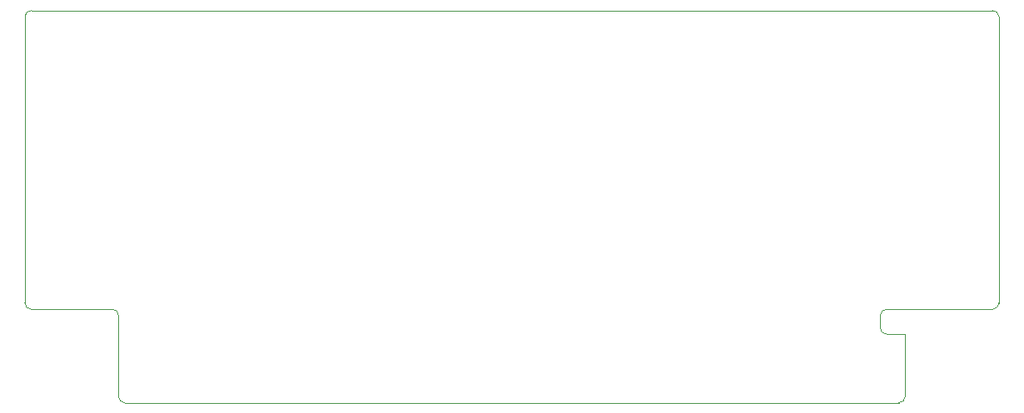
<source format=gm1>
G04 #@! TF.GenerationSoftware,KiCad,Pcbnew,7.0.10-148-g62bb553460*
G04 #@! TF.CreationDate,2024-02-04T12:13:55+03:00*
G04 #@! TF.ProjectId,ZX_BUS_Mouse,5a585f42-5553-45f4-9d6f-7573652e6b69,rev?*
G04 #@! TF.SameCoordinates,Original*
G04 #@! TF.FileFunction,Profile,NP*
%FSLAX46Y46*%
G04 Gerber Fmt 4.6, Leading zero omitted, Abs format (unit mm)*
G04 Created by KiCad (PCBNEW 7.0.10-148-g62bb553460) date 2024-02-04 12:13:55*
%MOMM*%
%LPD*%
G01*
G04 APERTURE LIST*
G04 #@! TA.AperFunction,Profile*
%ADD10C,0.100000*%
G04 #@! TD*
G04 APERTURE END LIST*
D10*
X43200000Y-109900001D02*
G75*
G03*
X42545001Y-110535000I-10000J-644999D01*
G01*
X130175000Y-140335000D02*
G75*
G03*
X129540000Y-140970000I0J-635000D01*
G01*
X43200000Y-109900000D02*
X140970000Y-109900000D01*
X52070000Y-149225000D02*
G75*
G03*
X52705000Y-149860000I635000J0D01*
G01*
X130175000Y-140335000D02*
X140970000Y-140335000D01*
X52070000Y-140970000D02*
G75*
G03*
X51435000Y-140335000I-635000J0D01*
G01*
X42545000Y-139700000D02*
X42545000Y-110535000D01*
X129540000Y-142240000D02*
G75*
G03*
X130175000Y-142875000I635000J0D01*
G01*
X141605000Y-110535000D02*
G75*
G03*
X140970000Y-109900000I-635000J0D01*
G01*
X52070000Y-149225000D02*
X52070000Y-140970000D01*
X141605000Y-139700000D02*
X141605000Y-110535000D01*
X131445000Y-149860000D02*
G75*
G03*
X132080000Y-149225000I0J635000D01*
G01*
X131445000Y-149860000D02*
X52705000Y-149860000D01*
X140970000Y-140335000D02*
G75*
G03*
X141605000Y-139700000I0J635000D01*
G01*
X51435000Y-140335000D02*
X43180000Y-140335000D01*
X129540000Y-140970000D02*
X129540000Y-142240000D01*
X42545000Y-139700000D02*
G75*
G03*
X43180000Y-140335000I635000J0D01*
G01*
X132080000Y-149225000D02*
X132080000Y-142875000D01*
X132080000Y-142875000D02*
X130175000Y-142875000D01*
M02*

</source>
